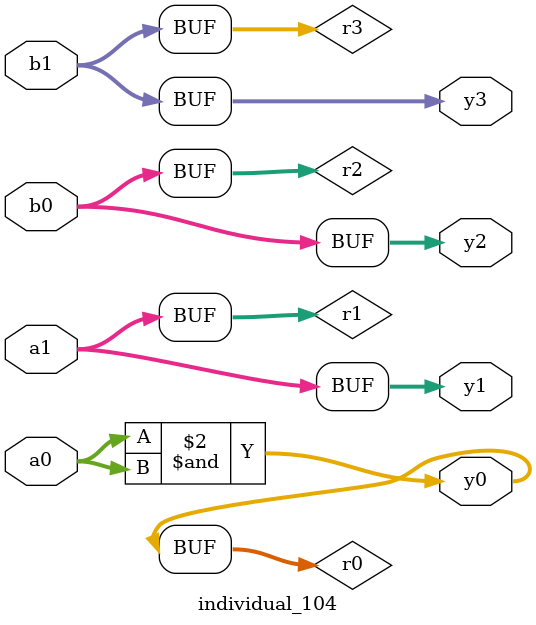
<source format=sv>
module individual_104(input logic [15:0] a1, input logic [15:0] a0, input logic [15:0] b1, input logic [15:0] b0, output logic [15:0] y3, output logic [15:0] y2, output logic [15:0] y1, output logic [15:0] y0);
logic [15:0] r0, r1, r2, r3; 
 always@(*) begin 
	 r0 = a0; r1 = a1; r2 = b0; r3 = b1; 
 	 r0  &=  r0 ;
 	 y3 = r3; y2 = r2; y1 = r1; y0 = r0; 
end
endmodule
</source>
